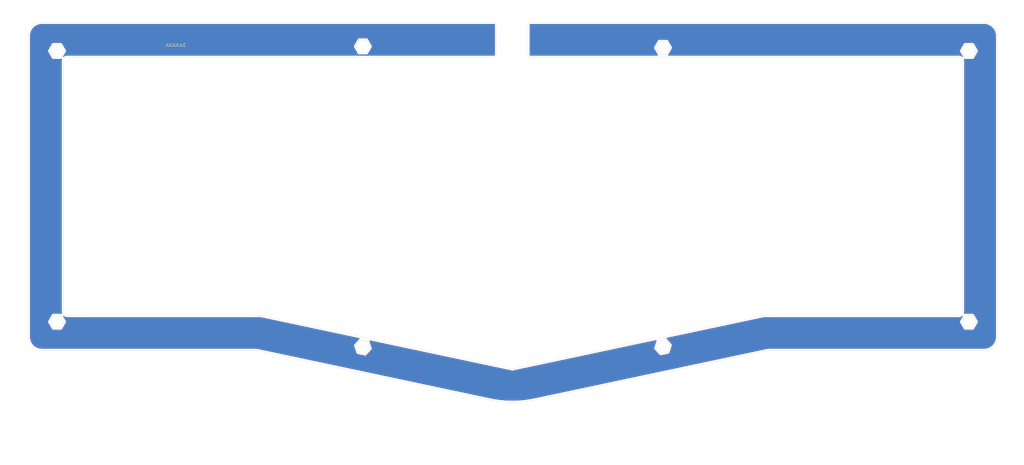
<source format=kicad_pcb>
(kicad_pcb (version 20171130) (host pcbnew 5.1.6-c6e7f7d~86~ubuntu18.04.1)

  (general
    (thickness 1.6)
    (drawings 76)
    (tracks 0)
    (zones 0)
    (modules 0)
    (nets 1)
  )

  (page A4)
  (layers
    (0 F.Cu signal)
    (31 B.Cu signal)
    (32 B.Adhes user)
    (33 F.Adhes user)
    (34 B.Paste user)
    (35 F.Paste user)
    (36 B.SilkS user)
    (37 F.SilkS user)
    (38 B.Mask user)
    (39 F.Mask user)
    (40 Dwgs.User user)
    (41 Cmts.User user)
    (42 Eco1.User user)
    (43 Eco2.User user)
    (44 Edge.Cuts user)
    (45 Margin user)
    (46 B.CrtYd user)
    (47 F.CrtYd user)
    (48 B.Fab user)
    (49 F.Fab user)
  )

  (setup
    (last_trace_width 0.25)
    (trace_clearance 0.2)
    (zone_clearance 0.508)
    (zone_45_only no)
    (trace_min 0.2)
    (via_size 0.8)
    (via_drill 0.4)
    (via_min_size 0.4)
    (via_min_drill 0.3)
    (uvia_size 0.3)
    (uvia_drill 0.1)
    (uvias_allowed no)
    (uvia_min_size 0.2)
    (uvia_min_drill 0.1)
    (edge_width 0.05)
    (segment_width 0.2)
    (pcb_text_width 0.3)
    (pcb_text_size 1.5 1.5)
    (mod_edge_width 0.12)
    (mod_text_size 1 1)
    (mod_text_width 0.15)
    (pad_size 1.524 1.524)
    (pad_drill 0.762)
    (pad_to_mask_clearance 0.05)
    (aux_axis_origin 0 0)
    (visible_elements FFFFFF7F)
    (pcbplotparams
      (layerselection 0x010fc_ffffffff)
      (usegerberextensions false)
      (usegerberattributes true)
      (usegerberadvancedattributes true)
      (creategerberjobfile true)
      (excludeedgelayer true)
      (linewidth 0.100000)
      (plotframeref false)
      (viasonmask false)
      (mode 1)
      (useauxorigin false)
      (hpglpennumber 1)
      (hpglpenspeed 20)
      (hpglpendiameter 15.000000)
      (psnegative false)
      (psa4output false)
      (plotreference true)
      (plotvalue true)
      (plotinvisibletext false)
      (padsonsilk false)
      (subtractmaskfromsilk false)
      (outputformat 1)
      (mirror false)
      (drillshape 0)
      (scaleselection 1)
      (outputdirectory "gerbers"))
  )

  (net 0 "")

  (net_class Default "This is the default net class."
    (clearance 0.2)
    (trace_width 0.25)
    (via_dia 0.8)
    (via_drill 0.4)
    (uvia_dia 0.3)
    (uvia_drill 0.1)
  )

  (gr_text JLCJLCJLC (at 71 27) (layer F.SilkS)
    (effects (font (size 1 1) (thickness 0.15)))
  )
  (gr_line (start 27.862567 31.636345) (end 29.287567 29.168172) (layer Edge.Cuts) (width 0.1))
  (gr_line (start 25.012567 31.636345) (end 27.862567 31.636345) (layer Edge.Cuts) (width 0.1))
  (gr_line (start 252.851316 30.436345) (end 255.701316 30.436345) (layer Edge.Cuts) (width 0.1))
  (gr_line (start 251.426316 27.968172) (end 252.851316 30.436345) (layer Edge.Cuts) (width 0.1))
  (gr_line (start 374.976316 141.808172) (end 293.703987 141.808172) (layer Edge.Cuts) (width 0.1))
  (gr_arc (start 374.976316 136.808172) (end 374.976316 141.808172) (angle -90) (layer Edge.Cuts) (width 0.1))
  (gr_line (start 27.862567 128.64) (end 25.012567 128.64) (layer Edge.Cuts) (width 0.1))
  (gr_line (start 253.395618 143.187058) (end 256.183338 142.594509) (layer Edge.Cuts) (width 0.1))
  (gr_line (start 255.157014 137.766036) (end 252.369294 138.358584) (layer Edge.Cuts) (width 0.1))
  (gr_line (start 256.183338 142.594509) (end 257.064037 139.883998) (layer Edge.Cuts) (width 0.1))
  (gr_line (start 365.476316 31.468172) (end 203.607565 31.468172) (layer Edge.Cuts) (width 0.1))
  (gr_line (start 257.064037 139.883998) (end 255.157014 137.766036) (layer Edge.Cuts) (width 0.1))
  (gr_line (start 251.488595 141.069095) (end 253.395618 143.187058) (layer Edge.Cuts) (width 0.1))
  (gr_line (start 252.369294 138.358584) (end 251.488595 141.069095) (layer Edge.Cuts) (width 0.1))
  (gr_line (start 27.862567 133.576345) (end 29.287567 131.108172) (layer Edge.Cuts) (width 0.1))
  (gr_line (start 252.851316 25.5) (end 251.426316 27.968172) (layer Edge.Cuts) (width 0.1))
  (gr_line (start 255.701316 25.5) (end 252.851316 25.5) (layer Edge.Cuts) (width 0.1))
  (gr_line (start 28.737567 32.968172) (end 28.737567 127.308172) (layer Edge.Cuts) (width 0.1))
  (gr_arc (start 30.237567 32.968172) (end 30.237567 31.468172) (angle -90) (layer Edge.Cuts) (width 0.1))
  (gr_arc (start 365.476316 32.968172) (end 366.976316 32.968172) (angle -90) (layer Edge.Cuts) (width 0.1))
  (gr_line (start 366.976316 127.308172) (end 366.976316 32.968172) (layer Edge.Cuts) (width 0.1))
  (gr_line (start 101.511145 141.808172) (end 20.737567 141.808172) (layer Edge.Cuts) (width 0.1))
  (gr_line (start 189.291098 160.466377) (end 101.511145 141.808172) (layer Edge.Cuts) (width 0.1))
  (gr_line (start 367.851316 26.7) (end 366.426316 29.168172) (layer Edge.Cuts) (width 0.1))
  (gr_line (start 370.701316 26.7) (end 367.851316 26.7) (layer Edge.Cuts) (width 0.1))
  (gr_line (start 29.287567 131.108172) (end 27.862567 128.64) (layer Edge.Cuts) (width 0.1))
  (gr_line (start 144.275 27.468172) (end 142.85 25) (layer Edge.Cuts) (width 0.1))
  (gr_line (start 15.737567 136.808172) (end 15.737567 23.468172) (layer Edge.Cuts) (width 0.1))
  (gr_arc (start 20.737567 136.808172) (end 15.737567 136.808172) (angle -90) (layer Edge.Cuts) (width 0.1))
  (gr_line (start 20.737567 18.468172) (end 191.607565 18.468172) (layer Edge.Cuts) (width 0.1))
  (gr_arc (start 20.737567 23.468172) (end 20.737567 18.468172) (angle -90) (layer Edge.Cuts) (width 0.1))
  (gr_line (start 203.607565 18.468172) (end 374.976316 18.468172) (layer Edge.Cuts) (width 0.1))
  (gr_line (start 203.607565 31.468172) (end 203.607565 18.468172) (layer Edge.Cuts) (width 0.1))
  (gr_line (start 370.701316 133.576345) (end 372.126316 131.108172) (layer Edge.Cuts) (width 0.1))
  (gr_line (start 367.851316 133.576345) (end 370.701316 133.576345) (layer Edge.Cuts) (width 0.1))
  (gr_line (start 25.012567 133.576345) (end 27.862567 133.576345) (layer Edge.Cuts) (width 0.1))
  (gr_line (start 23.587567 29.168172) (end 25.012567 31.636345) (layer Edge.Cuts) (width 0.1))
  (gr_line (start 25.012567 26.7) (end 23.587567 29.168172) (layer Edge.Cuts) (width 0.1))
  (gr_line (start 257.126316 27.968172) (end 255.701316 25.5) (layer Edge.Cuts) (width 0.1))
  (gr_line (start 255.701316 30.436345) (end 257.126316 27.968172) (layer Edge.Cuts) (width 0.1))
  (gr_line (start 30.237567 128.808172) (end 102.8775 128.808172) (layer Edge.Cuts) (width 0.1))
  (gr_arc (start 30.237567 127.308172) (end 28.737567 127.308172) (angle -90) (layer Edge.Cuts) (width 0.1))
  (gr_line (start 191.607565 31.468172) (end 30.237567 31.468172) (layer Edge.Cuts) (width 0.1))
  (gr_line (start 191.607565 18.468172) (end 191.607565 31.468172) (layer Edge.Cuts) (width 0.1))
  (gr_line (start 379.976316 23.468172) (end 379.976316 136.808172) (layer Edge.Cuts) (width 0.1))
  (gr_arc (start 374.976316 23.468172) (end 379.976316 23.468172) (angle -90) (layer Edge.Cuts) (width 0.1))
  (gr_line (start 27.862567 26.7) (end 25.012567 26.7) (layer Edge.Cuts) (width 0.1))
  (gr_line (start 29.287567 29.168172) (end 27.862567 26.7) (layer Edge.Cuts) (width 0.1))
  (gr_line (start 142.85 25) (end 140 25) (layer Edge.Cuts) (width 0.1))
  (gr_line (start 142.85 29.936345) (end 144.275 27.468172) (layer Edge.Cuts) (width 0.1))
  (gr_line (start 366.426316 131.108172) (end 367.851316 133.576345) (layer Edge.Cuts) (width 0.1))
  (gr_line (start 367.851316 128.64) (end 366.426316 131.108172) (layer Edge.Cuts) (width 0.1))
  (gr_line (start 370.701316 128.64) (end 367.851316 128.64) (layer Edge.Cuts) (width 0.1))
  (gr_line (start 372.126316 131.108172) (end 370.701316 128.64) (layer Edge.Cuts) (width 0.1))
  (gr_line (start 23.587567 131.108172) (end 25.012567 133.576345) (layer Edge.Cuts) (width 0.1))
  (gr_line (start 372.126316 29.168172) (end 370.701316 26.7) (layer Edge.Cuts) (width 0.1))
  (gr_line (start 370.701316 31.636345) (end 372.126316 29.168172) (layer Edge.Cuts) (width 0.1))
  (gr_line (start 138.649845 139.990011) (end 139.530544 142.700522) (layer Edge.Cuts) (width 0.1))
  (gr_line (start 140.556868 137.872048) (end 138.649845 139.990011) (layer Edge.Cuts) (width 0.1))
  (gr_arc (start 365.476316 127.308172) (end 365.476316 128.808172) (angle -90) (layer Edge.Cuts) (width 0.1))
  (gr_line (start 292.337632 128.808172) (end 365.476316 128.808172) (layer Edge.Cuts) (width 0.1))
  (gr_line (start 197.607566 148.943669) (end 292.337632 128.808172) (layer Edge.Cuts) (width 0.1))
  (gr_line (start 102.8775 128.808172) (end 197.607566 148.943669) (layer Edge.Cuts) (width 0.1))
  (gr_arc (start 197.607566 121.340473) (end 189.291098 160.466377) (angle -24) (layer Edge.Cuts) (width 0.1))
  (gr_line (start 293.703987 141.808172) (end 205.924034 160.466377) (layer Edge.Cuts) (width 0.1))
  (gr_line (start 367.851316 31.636345) (end 370.701316 31.636345) (layer Edge.Cuts) (width 0.1))
  (gr_line (start 366.426316 29.168172) (end 367.851316 31.636345) (layer Edge.Cuts) (width 0.1))
  (gr_line (start 143.344588 138.464596) (end 140.556868 137.872048) (layer Edge.Cuts) (width 0.1))
  (gr_line (start 144.225287 141.175107) (end 143.344588 138.464596) (layer Edge.Cuts) (width 0.1))
  (gr_line (start 142.318264 143.29307) (end 144.225287 141.175107) (layer Edge.Cuts) (width 0.1))
  (gr_line (start 139.530544 142.700522) (end 142.318264 143.29307) (layer Edge.Cuts) (width 0.1))
  (gr_line (start 25.012567 128.64) (end 23.587567 131.108172) (layer Edge.Cuts) (width 0.1))
  (gr_line (start 140 29.936345) (end 142.85 29.936345) (layer Edge.Cuts) (width 0.1))
  (gr_line (start 138.575 27.468172) (end 140 29.936345) (layer Edge.Cuts) (width 0.1))
  (gr_line (start 140 25) (end 138.575 27.468172) (layer Edge.Cuts) (width 0.1))

  (zone (net 0) (net_name "") (layer F.Cu) (tstamp 5EE54B27) (hatch edge 0.508)
    (connect_pads (clearance 0.508))
    (min_thickness 0.254)
    (fill yes (arc_segments 32) (thermal_gap 0.508) (thermal_bridge_width 0.508))
    (polygon
      (pts
        (xy 385 185) (xy 10 185) (xy 10 10) (xy 385 10)
      )
    )
    (filled_polygon
      (pts
        (xy 190.922566 30.783172) (xy 30.20392 30.783172) (xy 30.174267 30.786093) (xy 30.165013 30.786028) (xy 30.155495 30.786961)
        (xy 29.864349 30.817561) (xy 29.803519 30.830048) (xy 29.742546 30.841679) (xy 29.73339 30.844443) (xy 29.453734 30.931011)
        (xy 29.396505 30.955068) (xy 29.338935 30.978328) (xy 29.33049 30.982818) (xy 29.072974 31.122057) (xy 29.021502 31.156776)
        (xy 28.969555 31.190769) (xy 28.962143 31.196814) (xy 28.857154 31.283668) (xy 29.875208 29.520348) (xy 29.904897 29.472605)
        (xy 29.920759 29.43046) (xy 29.939352 29.389424) (xy 29.944479 29.367435) (xy 29.952426 29.34632) (xy 29.959762 29.301891)
        (xy 29.969992 29.258015) (xy 29.97073 29.235457) (xy 29.974407 29.21319) (xy 29.972933 29.168172) (xy 29.974407 29.123154)
        (xy 29.97073 29.100887) (xy 29.969992 29.078329) (xy 29.959762 29.034455) (xy 29.952426 28.990023) (xy 29.944479 28.968907)
        (xy 29.939352 28.94692) (xy 29.920759 28.905885) (xy 29.904897 28.863739) (xy 29.875208 28.815996) (xy 29.07105 27.423154)
        (xy 137.88816 27.423154) (xy 137.889634 27.468172) (xy 137.88816 27.51319) (xy 137.891837 27.535457) (xy 137.892575 27.558015)
        (xy 137.902804 27.601885) (xy 137.910141 27.64632) (xy 137.918091 27.667442) (xy 137.923216 27.689423) (xy 137.941801 27.730441)
        (xy 137.95767 27.772605) (xy 137.987377 27.820377) (xy 139.401177 30.269153) (xy 139.427688 30.318752) (xy 139.456263 30.35357)
        (xy 139.482498 30.390181) (xy 139.498971 30.40561) (xy 139.513289 30.423056) (xy 139.548105 30.451629) (xy 139.580981 30.482421)
        (xy 139.600147 30.494339) (xy 139.617593 30.508657) (xy 139.657314 30.529888) (xy 139.695566 30.553675) (xy 139.716691 30.561626)
        (xy 139.736594 30.572264) (xy 139.779702 30.585341) (xy 139.821851 30.601204) (xy 139.844114 30.60488) (xy 139.865717 30.611433)
        (xy 139.910546 30.615848) (xy 139.954981 30.623185) (xy 140.011186 30.621345) (xy 142.838813 30.621345) (xy 142.895018 30.623185)
        (xy 142.939452 30.615849) (xy 142.984283 30.611433) (xy 143.005887 30.604879) (xy 143.028148 30.601204) (xy 143.070293 30.585342)
        (xy 143.113406 30.572264) (xy 143.133311 30.561624) (xy 143.154433 30.553675) (xy 143.192678 30.529893) (xy 143.232407 30.508657)
        (xy 143.249858 30.494335) (xy 143.269019 30.48242) (xy 143.301887 30.451636) (xy 143.336711 30.423056) (xy 143.351032 30.405606)
        (xy 143.367501 30.390181) (xy 143.393729 30.35358) (xy 143.422312 30.318752) (xy 143.448835 30.26913) (xy 144.862641 27.820348)
        (xy 144.89233 27.772605) (xy 144.908192 27.73046) (xy 144.926785 27.689424) (xy 144.931912 27.667435) (xy 144.939859 27.64632)
        (xy 144.947195 27.601891) (xy 144.957425 27.558015) (xy 144.958163 27.535457) (xy 144.96184 27.51319) (xy 144.960366 27.468172)
        (xy 144.96184 27.423154) (xy 144.958163 27.400887) (xy 144.957425 27.378329) (xy 144.947195 27.334455) (xy 144.939859 27.290023)
        (xy 144.931912 27.268907) (xy 144.926785 27.24692) (xy 144.908192 27.205885) (xy 144.89233 27.163739) (xy 144.862641 27.115996)
        (xy 143.448835 24.667214) (xy 143.422312 24.617593) (xy 143.393729 24.582765) (xy 143.367501 24.546164) (xy 143.351033 24.53074)
        (xy 143.336711 24.513289) (xy 143.301881 24.484705) (xy 143.269018 24.453925) (xy 143.24986 24.442012) (xy 143.232407 24.427688)
        (xy 143.192675 24.406451) (xy 143.154433 24.38267) (xy 143.133311 24.374721) (xy 143.113406 24.364081) (xy 143.070293 24.351003)
        (xy 143.028148 24.335141) (xy 143.005887 24.331466) (xy 142.984283 24.324912) (xy 142.939452 24.320496) (xy 142.895018 24.31316)
        (xy 142.838813 24.315) (xy 140.011187 24.315) (xy 139.954982 24.31316) (xy 139.910548 24.320496) (xy 139.865717 24.324912)
        (xy 139.844114 24.331465) (xy 139.821851 24.335141) (xy 139.779702 24.351004) (xy 139.736594 24.364081) (xy 139.716691 24.374719)
        (xy 139.695566 24.38267) (xy 139.657314 24.406457) (xy 139.617593 24.427688) (xy 139.600147 24.442006) (xy 139.580981 24.453924)
        (xy 139.548105 24.484716) (xy 139.513289 24.513289) (xy 139.498971 24.530735) (xy 139.482498 24.546164) (xy 139.456263 24.582775)
        (xy 139.427688 24.617593) (xy 139.401177 24.667192) (xy 137.987381 27.115961) (xy 137.95767 27.163739) (xy 137.941801 27.205903)
        (xy 137.923216 27.246921) (xy 137.918091 27.268902) (xy 137.910141 27.290024) (xy 137.902804 27.334459) (xy 137.892575 27.378329)
        (xy 137.891837 27.400887) (xy 137.88816 27.423154) (xy 29.07105 27.423154) (xy 28.461402 26.367214) (xy 28.434879 26.317593)
        (xy 28.406296 26.282765) (xy 28.380068 26.246164) (xy 28.3636 26.23074) (xy 28.349278 26.213289) (xy 28.314448 26.184705)
        (xy 28.281585 26.153925) (xy 28.262427 26.142012) (xy 28.244974 26.127688) (xy 28.205242 26.106451) (xy 28.167 26.08267)
        (xy 28.145878 26.074721) (xy 28.125973 26.064081) (xy 28.08286 26.051003) (xy 28.040715 26.035141) (xy 28.018454 26.031466)
        (xy 27.99685 26.024912) (xy 27.952019 26.020496) (xy 27.907585 26.01316) (xy 27.85138 26.015) (xy 25.023754 26.015)
        (xy 24.967549 26.01316) (xy 24.923115 26.020496) (xy 24.878284 26.024912) (xy 24.856681 26.031465) (xy 24.834418 26.035141)
        (xy 24.792269 26.051004) (xy 24.749161 26.064081) (xy 24.729258 26.074719) (xy 24.708133 26.08267) (xy 24.669881 26.106457)
        (xy 24.63016 26.127688) (xy 24.612714 26.142006) (xy 24.593548 26.153924) (xy 24.560672 26.184716) (xy 24.525856 26.213289)
        (xy 24.511538 26.230735) (xy 24.495065 26.246164) (xy 24.46883 26.282775) (xy 24.440255 26.317593) (xy 24.413744 26.367192)
        (xy 22.999948 28.815961) (xy 22.970237 28.863739) (xy 22.954368 28.905903) (xy 22.935783 28.946921) (xy 22.930658 28.968902)
        (xy 22.922708 28.990024) (xy 22.915371 29.034459) (xy 22.905142 29.078329) (xy 22.904404 29.100887) (xy 22.900727 29.123154)
        (xy 22.902201 29.168172) (xy 22.900727 29.21319) (xy 22.904404 29.235457) (xy 22.905142 29.258015) (xy 22.915371 29.301885)
        (xy 22.922708 29.34632) (xy 22.930658 29.367442) (xy 22.935783 29.389423) (xy 22.954368 29.430441) (xy 22.970237 29.472605)
        (xy 22.999944 29.520377) (xy 24.413744 31.969153) (xy 24.440255 32.018752) (xy 24.46883 32.05357) (xy 24.495065 32.090181)
        (xy 24.511538 32.10561) (xy 24.525856 32.123056) (xy 24.560672 32.151629) (xy 24.593548 32.182421) (xy 24.612714 32.194339)
        (xy 24.63016 32.208657) (xy 24.669881 32.229888) (xy 24.708133 32.253675) (xy 24.729258 32.261626) (xy 24.749161 32.272264)
        (xy 24.792269 32.285341) (xy 24.834418 32.301204) (xy 24.856681 32.30488) (xy 24.878284 32.311433) (xy 24.923113 32.315848)
        (xy 24.967548 32.323185) (xy 25.023753 32.321345) (xy 27.85138 32.321345) (xy 27.907585 32.323185) (xy 27.952019 32.315849)
        (xy 27.99685 32.311433) (xy 28.018454 32.304879) (xy 28.040715 32.301204) (xy 28.08286 32.285342) (xy 28.125973 32.272264)
        (xy 28.145878 32.261624) (xy 28.167 32.253675) (xy 28.180973 32.244986) (xy 28.11037 32.478833) (xy 28.098308 32.539749)
        (xy 28.085403 32.600465) (xy 28.084403 32.609977) (xy 28.055836 32.901328) (xy 28.055836 32.901336) (xy 28.052567 32.934526)
        (xy 28.052568 127.341819) (xy 28.055488 127.371463) (xy 28.055423 127.380726) (xy 28.056356 127.390245) (xy 28.086956 127.68139)
        (xy 28.099444 127.742227) (xy 28.111074 127.803193) (xy 28.113838 127.812349) (xy 28.18179 128.031867) (xy 28.167 128.02267)
        (xy 28.145878 128.014721) (xy 28.125973 128.004081) (xy 28.08286 127.991003) (xy 28.040715 127.975141) (xy 28.018454 127.971466)
        (xy 27.99685 127.964912) (xy 27.952019 127.960496) (xy 27.907585 127.95316) (xy 27.85138 127.955) (xy 25.023754 127.955)
        (xy 24.967549 127.95316) (xy 24.923115 127.960496) (xy 24.878284 127.964912) (xy 24.856681 127.971465) (xy 24.834418 127.975141)
        (xy 24.792269 127.991004) (xy 24.749161 128.004081) (xy 24.729258 128.014719) (xy 24.708133 128.02267) (xy 24.669881 128.046457)
        (xy 24.63016 128.067688) (xy 24.612714 128.082006) (xy 24.593548 128.093924) (xy 24.560672 128.124716) (xy 24.525856 128.153289)
        (xy 24.511538 128.170735) (xy 24.495065 128.186164) (xy 24.46883 128.222775) (xy 24.440255 128.257593) (xy 24.413744 128.307192)
        (xy 22.999948 130.755961) (xy 22.970237 130.803739) (xy 22.954368 130.845903) (xy 22.935783 130.886921) (xy 22.930658 130.908902)
        (xy 22.922708 130.930024) (xy 22.915371 130.974459) (xy 22.905142 131.018329) (xy 22.904404 131.040887) (xy 22.900727 131.063154)
        (xy 22.902201 131.108172) (xy 22.900727 131.15319) (xy 22.904404 131.175457) (xy 22.905142 131.198015) (xy 22.915371 131.241885)
        (xy 22.922708 131.28632) (xy 22.930658 131.307442) (xy 22.935783 131.329423) (xy 22.954368 131.370441) (xy 22.970237 131.412605)
        (xy 22.999944 131.460377) (xy 24.413744 133.909153) (xy 24.440255 133.958752) (xy 24.46883 133.99357) (xy 24.495065 134.030181)
        (xy 24.511538 134.04561) (xy 24.525856 134.063056) (xy 24.560672 134.091629) (xy 24.593548 134.122421) (xy 24.612714 134.134339)
        (xy 24.63016 134.148657) (xy 24.669881 134.169888) (xy 24.708133 134.193675) (xy 24.729258 134.201626) (xy 24.749161 134.212264)
        (xy 24.792269 134.225341) (xy 24.834418 134.241204) (xy 24.856681 134.24488) (xy 24.878284 134.251433) (xy 24.923113 134.255848)
        (xy 24.967548 134.263185) (xy 25.023753 134.261345) (xy 27.85138 134.261345) (xy 27.907585 134.263185) (xy 27.952019 134.255849)
        (xy 27.99685 134.251433) (xy 28.018454 134.244879) (xy 28.040715 134.241204) (xy 28.08286 134.225342) (xy 28.125973 134.212264)
        (xy 28.145878 134.201624) (xy 28.167 134.193675) (xy 28.205245 134.169893) (xy 28.244974 134.148657) (xy 28.262425 134.134335)
        (xy 28.281586 134.12242) (xy 28.314454 134.091636) (xy 28.349278 134.063056) (xy 28.363599 134.045606) (xy 28.380068 134.030181)
        (xy 28.406296 133.99358) (xy 28.434879 133.958752) (xy 28.461402 133.90913) (xy 29.875208 131.460348) (xy 29.904897 131.412605)
        (xy 29.920759 131.37046) (xy 29.939352 131.329424) (xy 29.944479 131.307435) (xy 29.952426 131.28632) (xy 29.959762 131.241891)
        (xy 29.969992 131.198015) (xy 29.97073 131.175457) (xy 29.974407 131.15319) (xy 29.972933 131.108172) (xy 29.974407 131.063154)
        (xy 29.97073 131.040887) (xy 29.969992 131.018329) (xy 29.959762 130.974455) (xy 29.952426 130.930023) (xy 29.944479 130.908907)
        (xy 29.939352 130.88692) (xy 29.920759 130.845885) (xy 29.904897 130.803739) (xy 29.875208 130.755996) (xy 28.857129 128.992633)
        (xy 28.97454 129.088391) (xy 29.026258 129.122752) (xy 29.077479 129.157824) (xy 29.085892 129.162373) (xy 29.344373 129.29981)
        (xy 29.401809 129.323484) (xy 29.458837 129.347926) (xy 29.467974 129.350755) (xy 29.748228 129.435369) (xy 29.809144 129.447431)
        (xy 29.86986 129.460336) (xy 29.879371 129.461336) (xy 30.170723 129.489903) (xy 30.17073 129.489903) (xy 30.20392 129.493172)
        (xy 102.805506 129.493172) (xy 140.050572 137.409855) (xy 140.040346 137.421987) (xy 138.148274 139.523347) (xy 138.109301 139.563881)
        (xy 138.085019 139.601814) (xy 138.058305 139.638081) (xy 138.048721 139.658516) (xy 138.036554 139.677524) (xy 138.020137 139.719468)
        (xy 138.001013 139.760247) (xy 137.995602 139.782154) (xy 137.987374 139.803175) (xy 137.979455 139.847522) (xy 137.968655 139.891244)
        (xy 137.967621 139.913789) (xy 137.963654 139.936007) (xy 137.964538 139.981045) (xy 137.962476 140.026034) (xy 137.96586 140.048344)
        (xy 137.966303 140.070914) (xy 137.975956 140.114912) (xy 137.98271 140.159441) (xy 138.001827 140.212322) (xy 138.875623 142.901591)
        (xy 138.891232 142.955582) (xy 138.911936 142.995566) (xy 138.929992 143.036846) (xy 138.942901 143.055368) (xy 138.953276 143.075404)
        (xy 138.981387 143.110586) (xy 139.007146 143.147545) (xy 139.023417 143.163189) (xy 139.037504 143.18082) (xy 139.071938 143.209842)
        (xy 139.104413 143.241066) (xy 139.123426 143.253237) (xy 139.14068 143.267779) (xy 139.180118 143.289528) (xy 139.218056 143.313813)
        (xy 139.239074 143.322039) (xy 139.258837 143.332938) (xy 139.301759 143.346574) (xy 139.343707 143.362993) (xy 139.399075 143.37288)
        (xy 142.164915 143.960778) (xy 142.219497 143.97426) (xy 142.264485 143.976322) (xy 142.309253 143.981324) (xy 142.331745 143.979406)
        (xy 142.354287 143.980439) (xy 142.398819 143.973685) (xy 142.443698 143.969857) (xy 142.465375 143.96359) (xy 142.487694 143.960205)
        (xy 142.530058 143.94489) (xy 142.573323 143.932382) (xy 142.593367 143.922003) (xy 142.61459 143.914331) (xy 142.653143 143.891051)
        (xy 142.693146 143.870338) (xy 142.71078 143.856249) (xy 142.730099 143.844583) (xy 142.763375 143.814225) (xy 142.798562 143.78611)
        (xy 142.8348 143.743114) (xy 144.726871 141.641757) (xy 144.765831 141.601237) (xy 144.790105 141.563317) (xy 144.816828 141.527038)
        (xy 144.826416 141.506593) (xy 144.838578 141.487594) (xy 144.854989 141.445665) (xy 144.87412 141.404871) (xy 144.879533 141.382957)
        (xy 144.887758 141.361943) (xy 144.895674 141.317614) (xy 144.906478 141.273875) (xy 144.907512 141.25132) (xy 144.911478 141.22911)
        (xy 144.910594 141.184088) (xy 144.912657 141.139084) (xy 144.909272 141.116768) (xy 144.908829 141.094203) (xy 144.899176 141.050208)
        (xy 144.892422 141.005677) (xy 144.873307 140.9528) (xy 143.99952 138.263566) (xy 143.995105 138.248291) (xy 197.441029 149.608573)
        (xy 197.482132 149.620456) (xy 197.540406 149.625426) (xy 197.598555 149.631923) (xy 197.607566 149.631154) (xy 197.616576 149.631923)
        (xy 197.674724 149.625426) (xy 197.733 149.620456) (xy 197.774105 149.608572) (xy 251.718778 138.142279) (xy 251.714373 138.157515)
        (xy 250.840577 140.846784) (xy 250.82146 140.899665) (xy 250.814706 140.944194) (xy 250.805053 140.988192) (xy 250.80461 141.010762)
        (xy 250.801226 141.033072) (xy 250.803288 141.078061) (xy 250.802404 141.123099) (xy 250.806371 141.145317) (xy 250.807405 141.167862)
        (xy 250.818205 141.211584) (xy 250.826124 141.255931) (xy 250.834352 141.276952) (xy 250.839763 141.298859) (xy 250.858887 141.339638)
        (xy 250.875304 141.381582) (xy 250.887471 141.40059) (xy 250.897055 141.421025) (xy 250.923769 141.457292) (xy 250.948051 141.495225)
        (xy 250.987024 141.535759) (xy 252.879091 143.637113) (xy 252.91532 143.680098) (xy 252.950494 143.708202) (xy 252.983782 143.738572)
        (xy 253.00311 143.750243) (xy 253.020736 143.764326) (xy 253.060728 143.785034) (xy 253.099291 143.808319) (xy 253.120517 143.815993)
        (xy 253.140559 143.82637) (xy 253.183819 143.838877) (xy 253.226187 143.854193) (xy 253.24851 143.857579) (xy 253.270184 143.863845)
        (xy 253.315051 143.867672) (xy 253.359594 143.874428) (xy 253.382144 143.873394) (xy 253.404628 143.875312) (xy 253.44938 143.870312)
        (xy 253.494385 143.868249) (xy 253.549009 143.854756) (xy 256.314807 143.266867) (xy 256.370174 143.25698) (xy 256.412122 143.240561)
        (xy 256.455044 143.226925) (xy 256.474809 143.216026) (xy 256.495825 143.2078) (xy 256.533751 143.183522) (xy 256.573202 143.161767)
        (xy 256.590464 143.147218) (xy 256.609468 143.135053) (xy 256.641927 143.103844) (xy 256.676378 143.074808) (xy 256.690471 143.05717)
        (xy 256.706735 143.041532) (xy 256.732486 143.004584) (xy 256.760605 142.969392) (xy 256.770982 142.949351) (xy 256.783889 142.930833)
        (xy 256.801939 142.889568) (xy 256.82265 142.84957) (xy 256.838269 142.795543) (xy 257.712058 140.106301) (xy 257.731172 140.053428)
        (xy 257.737926 140.008897) (xy 257.747579 139.964902) (xy 257.748022 139.942337) (xy 257.751407 139.920021) (xy 257.749344 139.875022)
        (xy 257.750228 139.829995) (xy 257.746261 139.807779) (xy 257.745227 139.78523) (xy 257.734426 139.741505) (xy 257.726508 139.697162)
        (xy 257.718281 139.676143) (xy 257.712869 139.654233) (xy 257.693743 139.613449) (xy 257.677328 139.571511) (xy 257.665162 139.552506)
        (xy 257.655577 139.532067) (xy 257.628856 139.49579) (xy 257.604581 139.457868) (xy 257.565635 139.417362) (xy 255.673549 137.315991)
        (xy 255.66331 137.303843) (xy 292.40963 129.493172) (xy 365.509963 129.493172) (xy 365.539616 129.490251) (xy 365.54887 129.490316)
        (xy 365.558389 129.489383) (xy 365.849534 129.458783) (xy 365.910371 129.446295) (xy 365.971337 129.434665) (xy 365.980493 129.431901)
        (xy 366.260149 129.345333) (xy 366.317378 129.321276) (xy 366.374948 129.298016) (xy 366.383393 129.293526) (xy 366.640909 129.154287)
        (xy 366.692381 129.119568) (xy 366.744328 129.085575) (xy 366.75174 129.07953) (xy 366.856729 128.992676) (xy 365.838697 130.755961)
        (xy 365.808986 130.803739) (xy 365.793117 130.845903) (xy 365.774532 130.886921) (xy 365.769407 130.908902) (xy 365.761457 130.930024)
        (xy 365.75412 130.974459) (xy 365.743891 131.018329) (xy 365.743153 131.040887) (xy 365.739476 131.063154) (xy 365.74095 131.108172)
        (xy 365.739476 131.15319) (xy 365.743153 131.175457) (xy 365.743891 131.198015) (xy 365.75412 131.241885) (xy 365.761457 131.28632)
        (xy 365.769407 131.307442) (xy 365.774532 131.329423) (xy 365.793117 131.370441) (xy 365.808986 131.412605) (xy 365.838693 131.460377)
        (xy 367.252493 133.909153) (xy 367.279004 133.958752) (xy 367.307579 133.99357) (xy 367.333814 134.030181) (xy 367.350287 134.04561)
        (xy 367.364605 134.063056) (xy 367.399421 134.091629) (xy 367.432297 134.122421) (xy 367.451463 134.134339) (xy 367.468909 134.148657)
        (xy 367.50863 134.169888) (xy 367.546882 134.193675) (xy 367.568007 134.201626) (xy 367.58791 134.212264) (xy 367.631018 134.225341)
        (xy 367.673167 134.241204) (xy 367.69543 134.24488) (xy 367.717033 134.251433) (xy 367.761862 134.255848) (xy 367.806297 134.263185)
        (xy 367.862502 134.261345) (xy 370.690129 134.261345) (xy 370.746334 134.263185) (xy 370.790768 134.255849) (xy 370.835599 134.251433)
        (xy 370.857203 134.244879) (xy 370.879464 134.241204) (xy 370.921609 134.225342) (xy 370.964722 134.212264) (xy 370.984627 134.201624)
        (xy 371.005749 134.193675) (xy 371.043994 134.169893) (xy 371.083723 134.148657) (xy 371.101174 134.134335) (xy 371.120335 134.12242)
        (xy 371.153203 134.091636) (xy 371.188027 134.063056) (xy 371.202348 134.045606) (xy 371.218817 134.030181) (xy 371.245045 133.99358)
        (xy 371.273628 133.958752) (xy 371.300151 133.90913) (xy 372.713957 131.460348) (xy 372.743646 131.412605) (xy 372.759508 131.37046)
        (xy 372.778101 131.329424) (xy 372.783228 131.307435) (xy 372.791175 131.28632) (xy 372.798511 131.241891) (xy 372.808741 131.198015)
        (xy 372.809479 131.175457) (xy 372.813156 131.15319) (xy 372.811682 131.108172) (xy 372.813156 131.063154) (xy 372.809479 131.040887)
        (xy 372.808741 131.018329) (xy 372.798511 130.974455) (xy 372.791175 130.930023) (xy 372.783228 130.908907) (xy 372.778101 130.88692)
        (xy 372.759508 130.845885) (xy 372.743646 130.803739) (xy 372.713957 130.755996) (xy 371.300151 128.307214) (xy 371.273628 128.257593)
        (xy 371.245045 128.222765) (xy 371.218817 128.186164) (xy 371.202349 128.17074) (xy 371.188027 128.153289) (xy 371.153197 128.124705)
        (xy 371.120334 128.093925) (xy 371.101176 128.082012) (xy 371.083723 128.067688) (xy 371.043991 128.046451) (xy 371.005749 128.02267)
        (xy 370.984627 128.014721) (xy 370.964722 128.004081) (xy 370.921609 127.991003) (xy 370.879464 127.975141) (xy 370.857203 127.971466)
        (xy 370.835599 127.964912) (xy 370.790768 127.960496) (xy 370.746334 127.95316) (xy 370.690129 127.955) (xy 367.862503 127.955)
        (xy 367.806298 127.95316) (xy 367.761864 127.960496) (xy 367.717033 127.964912) (xy 367.69543 127.971465) (xy 367.673167 127.975141)
        (xy 367.631018 127.991004) (xy 367.58791 128.004081) (xy 367.568007 128.014719) (xy 367.546882 128.02267) (xy 367.53291 128.031358)
        (xy 367.603513 127.797511) (xy 367.615575 127.736595) (xy 367.62848 127.675879) (xy 367.62948 127.666368) (xy 367.658047 127.375016)
        (xy 367.658047 127.375009) (xy 367.661316 127.341819) (xy 367.661316 32.934525) (xy 367.658395 32.904872) (xy 367.65846 32.895618)
        (xy 367.657527 32.8861) (xy 367.626927 32.594954) (xy 367.61444 32.534124) (xy 367.602809 32.473151) (xy 367.600045 32.463995)
        (xy 367.532093 32.244479) (xy 367.546882 32.253675) (xy 367.568007 32.261626) (xy 367.58791 32.272264) (xy 367.631018 32.285341)
        (xy 367.673167 32.301204) (xy 367.69543 32.30488) (xy 367.717033 32.311433) (xy 367.761862 32.315848) (xy 367.806297 32.323185)
        (xy 367.862502 32.321345) (xy 370.690129 32.321345) (xy 370.746334 32.323185) (xy 370.790768 32.315849) (xy 370.835599 32.311433)
        (xy 370.857203 32.304879) (xy 370.879464 32.301204) (xy 370.921609 32.285342) (xy 370.964722 32.272264) (xy 370.984627 32.261624)
        (xy 371.005749 32.253675) (xy 371.043994 32.229893) (xy 371.083723 32.208657) (xy 371.101174 32.194335) (xy 371.120335 32.18242)
        (xy 371.153203 32.151636) (xy 371.188027 32.123056) (xy 371.202348 32.105606) (xy 371.218817 32.090181) (xy 371.245045 32.05358)
        (xy 371.273628 32.018752) (xy 371.300151 31.96913) (xy 372.713957 29.520348) (xy 372.743646 29.472605) (xy 372.759508 29.43046)
        (xy 372.778101 29.389424) (xy 372.783228 29.367435) (xy 372.791175 29.34632) (xy 372.798511 29.301891) (xy 372.808741 29.258015)
        (xy 372.809479 29.235457) (xy 372.813156 29.21319) (xy 372.811682 29.168172) (xy 372.813156 29.123154) (xy 372.809479 29.100887)
        (xy 372.808741 29.078329) (xy 372.798511 29.034455) (xy 372.791175 28.990023) (xy 372.783228 28.968907) (xy 372.778101 28.94692)
        (xy 372.759508 28.905885) (xy 372.743646 28.863739) (xy 372.713957 28.815996) (xy 371.300151 26.367214) (xy 371.273628 26.317593)
        (xy 371.245045 26.282765) (xy 371.218817 26.246164) (xy 371.202349 26.23074) (xy 371.188027 26.213289) (xy 371.153197 26.184705)
        (xy 371.120334 26.153925) (xy 371.101176 26.142012) (xy 371.083723 26.127688) (xy 371.043991 26.106451) (xy 371.005749 26.08267)
        (xy 370.984627 26.074721) (xy 370.964722 26.064081) (xy 370.921609 26.051003) (xy 370.879464 26.035141) (xy 370.857203 26.031466)
        (xy 370.835599 26.024912) (xy 370.790768 26.020496) (xy 370.746334 26.01316) (xy 370.690129 26.015) (xy 367.862503 26.015)
        (xy 367.806298 26.01316) (xy 367.761864 26.020496) (xy 367.717033 26.024912) (xy 367.69543 26.031465) (xy 367.673167 26.035141)
        (xy 367.631018 26.051004) (xy 367.58791 26.064081) (xy 367.568007 26.074719) (xy 367.546882 26.08267) (xy 367.50863 26.106457)
        (xy 367.468909 26.127688) (xy 367.451463 26.142006) (xy 367.432297 26.153924) (xy 367.399421 26.184716) (xy 367.364605 26.213289)
        (xy 367.350287 26.230735) (xy 367.333814 26.246164) (xy 367.307579 26.282775) (xy 367.279004 26.317593) (xy 367.252493 26.367192)
        (xy 365.838697 28.815961) (xy 365.808986 28.863739) (xy 365.793117 28.905903) (xy 365.774532 28.946921) (xy 365.769407 28.968902)
        (xy 365.761457 28.990024) (xy 365.75412 29.034459) (xy 365.743891 29.078329) (xy 365.743153 29.100887) (xy 365.739476 29.123154)
        (xy 365.74095 29.168172) (xy 365.739476 29.21319) (xy 365.743153 29.235457) (xy 365.743891 29.258015) (xy 365.75412 29.301885)
        (xy 365.761457 29.34632) (xy 365.769407 29.367442) (xy 365.774532 29.389423) (xy 365.793117 29.430441) (xy 365.808986 29.472605)
        (xy 365.838693 29.520377) (xy 366.856752 31.283709) (xy 366.739343 31.187953) (xy 366.687643 31.153604) (xy 366.636405 31.11852)
        (xy 366.627991 31.113971) (xy 366.36951 30.976534) (xy 366.312086 30.952865) (xy 366.255046 30.928418) (xy 366.24591 30.925589)
        (xy 365.965655 30.840975) (xy 365.904739 30.828913) (xy 365.844023 30.816008) (xy 365.834513 30.815008) (xy 365.834511 30.815008)
        (xy 365.54316 30.786441) (xy 365.543153 30.786441) (xy 365.509963 30.783172) (xy 256.292646 30.783172) (xy 256.300151 30.76913)
        (xy 257.713957 28.320348) (xy 257.743646 28.272605) (xy 257.759508 28.23046) (xy 257.778101 28.189424) (xy 257.783228 28.167435)
        (xy 257.791175 28.14632) (xy 257.798511 28.101891) (xy 257.808741 28.058015) (xy 257.809479 28.035457) (xy 257.813156 28.01319)
        (xy 257.811682 27.968172) (xy 257.813156 27.923154) (xy 257.809479 27.900887) (xy 257.808741 27.878329) (xy 257.798511 27.834455)
        (xy 257.791175 27.790023) (xy 257.783228 27.768907) (xy 257.778101 27.74692) (xy 257.759508 27.705885) (xy 257.743646 27.663739)
        (xy 257.713957 27.615996) (xy 256.300151 25.167214) (xy 256.273628 25.117593) (xy 256.245045 25.082765) (xy 256.218817 25.046164)
        (xy 256.202349 25.03074) (xy 256.188027 25.013289) (xy 256.153197 24.984705) (xy 256.120334 24.953925) (xy 256.101176 24.942012)
        (xy 256.083723 24.927688) (xy 256.043991 24.906451) (xy 256.005749 24.88267) (xy 255.984627 24.874721) (xy 255.964722 24.864081)
        (xy 255.921609 24.851003) (xy 255.879464 24.835141) (xy 255.857203 24.831466) (xy 255.835599 24.824912) (xy 255.790768 24.820496)
        (xy 255.746334 24.81316) (xy 255.690129 24.815) (xy 252.862503 24.815) (xy 252.806298 24.81316) (xy 252.761864 24.820496)
        (xy 252.717033 24.824912) (xy 252.69543 24.831465) (xy 252.673167 24.835141) (xy 252.631018 24.851004) (xy 252.58791 24.864081)
        (xy 252.568007 24.874719) (xy 252.546882 24.88267) (xy 252.50863 24.906457) (xy 252.468909 24.927688) (xy 252.451463 24.942006)
        (xy 252.432297 24.953924) (xy 252.399421 24.984716) (xy 252.364605 25.013289) (xy 252.350287 25.030735) (xy 252.333814 25.046164)
        (xy 252.307579 25.082775) (xy 252.279004 25.117593) (xy 252.252493 25.167192) (xy 250.838697 27.615961) (xy 250.808986 27.663739)
        (xy 250.793117 27.705903) (xy 250.774532 27.746921) (xy 250.769407 27.768902) (xy 250.761457 27.790024) (xy 250.75412 27.834459)
        (xy 250.743891 27.878329) (xy 250.743153 27.900887) (xy 250.739476 27.923154) (xy 250.74095 27.968172) (xy 250.739476 28.01319)
        (xy 250.743153 28.035457) (xy 250.743891 28.058015) (xy 250.75412 28.101885) (xy 250.761457 28.14632) (xy 250.769407 28.167442)
        (xy 250.774532 28.189423) (xy 250.793117 28.230441) (xy 250.808986 28.272605) (xy 250.838693 28.320377) (xy 252.252493 30.769153)
        (xy 252.259986 30.783172) (xy 204.292565 30.783172) (xy 204.292565 19.153172) (xy 374.94581 19.153172) (xy 375.739953 19.224047)
        (xy 376.479456 19.426352) (xy 377.171444 19.756414) (xy 377.794049 20.203801) (xy 378.327584 20.754367) (xy 378.755192 21.390716)
        (xy 379.063357 22.092733) (xy 379.243599 22.843492) (xy 379.291316 23.493284) (xy 379.291317 136.777656) (xy 379.220441 137.571809)
        (xy 379.018136 138.311312) (xy 378.688074 139.0033) (xy 378.240687 139.625905) (xy 377.690124 140.159438) (xy 377.053772 140.587048)
        (xy 376.351753 140.895214) (xy 375.600997 141.075454) (xy 374.951204 141.123172) (xy 293.733128 141.123172) (xy 293.694976 141.119918)
        (xy 293.632428 141.126906) (xy 293.569704 141.133084) (xy 293.533049 141.144203) (xy 205.792163 159.794104) (xy 203.350765 160.233381)
        (xy 200.897333 160.517253) (xy 198.430906 160.646513) (xy 195.961238 160.620649) (xy 193.498067 160.439766) (xy 191.047562 160.104088)
        (xy 189.426502 159.794855) (xy 101.682087 141.144204) (xy 101.645428 141.133084) (xy 101.58269 141.126905) (xy 101.520155 141.119918)
        (xy 101.482004 141.123172) (xy 20.768072 141.123172) (xy 19.97393 141.052297) (xy 19.234427 140.849992) (xy 18.542439 140.51993)
        (xy 17.919834 140.072543) (xy 17.386301 139.52198) (xy 16.958691 138.885628) (xy 16.650525 138.183609) (xy 16.470285 137.432853)
        (xy 16.422567 136.78306) (xy 16.422567 23.498678) (xy 16.493442 22.704535) (xy 16.695747 21.965032) (xy 17.025809 21.273044)
        (xy 17.473196 20.650439) (xy 18.023762 20.116904) (xy 18.660111 19.689296) (xy 19.362128 19.381131) (xy 20.112887 19.200889)
        (xy 20.762679 19.153172) (xy 190.922565 19.153172)
      )
    )
  )
  (zone (net 0) (net_name "") (layer B.Cu) (tstamp 5EE54B24) (hatch edge 0.508)
    (connect_pads (clearance 0.508))
    (min_thickness 0.254)
    (fill yes (arc_segments 32) (thermal_gap 0.508) (thermal_bridge_width 0.508))
    (polygon
      (pts
        (xy 390 180) (xy 5 180) (xy 5 15) (xy 390 15)
      )
    )
    (filled_polygon
      (pts
        (xy 190.922566 30.783172) (xy 30.20392 30.783172) (xy 30.174267 30.786093) (xy 30.165013 30.786028) (xy 30.155495 30.786961)
        (xy 29.864349 30.817561) (xy 29.803519 30.830048) (xy 29.742546 30.841679) (xy 29.73339 30.844443) (xy 29.453734 30.931011)
        (xy 29.396505 30.955068) (xy 29.338935 30.978328) (xy 29.33049 30.982818) (xy 29.072974 31.122057) (xy 29.021502 31.156776)
        (xy 28.969555 31.190769) (xy 28.962143 31.196814) (xy 28.857154 31.283668) (xy 29.875208 29.520348) (xy 29.904897 29.472605)
        (xy 29.920759 29.43046) (xy 29.939352 29.389424) (xy 29.944479 29.367435) (xy 29.952426 29.34632) (xy 29.959762 29.301891)
        (xy 29.969992 29.258015) (xy 29.97073 29.235457) (xy 29.974407 29.21319) (xy 29.972933 29.168172) (xy 29.974407 29.123154)
        (xy 29.97073 29.100887) (xy 29.969992 29.078329) (xy 29.959762 29.034455) (xy 29.952426 28.990023) (xy 29.944479 28.968907)
        (xy 29.939352 28.94692) (xy 29.920759 28.905885) (xy 29.904897 28.863739) (xy 29.875208 28.815996) (xy 29.07105 27.423154)
        (xy 137.88816 27.423154) (xy 137.889634 27.468172) (xy 137.88816 27.51319) (xy 137.891837 27.535457) (xy 137.892575 27.558015)
        (xy 137.902804 27.601885) (xy 137.910141 27.64632) (xy 137.918091 27.667442) (xy 137.923216 27.689423) (xy 137.941801 27.730441)
        (xy 137.95767 27.772605) (xy 137.987377 27.820377) (xy 139.401177 30.269153) (xy 139.427688 30.318752) (xy 139.456263 30.35357)
        (xy 139.482498 30.390181) (xy 139.498971 30.40561) (xy 139.513289 30.423056) (xy 139.548105 30.451629) (xy 139.580981 30.482421)
        (xy 139.600147 30.494339) (xy 139.617593 30.508657) (xy 139.657314 30.529888) (xy 139.695566 30.553675) (xy 139.716691 30.561626)
        (xy 139.736594 30.572264) (xy 139.779702 30.585341) (xy 139.821851 30.601204) (xy 139.844114 30.60488) (xy 139.865717 30.611433)
        (xy 139.910546 30.615848) (xy 139.954981 30.623185) (xy 140.011186 30.621345) (xy 142.838813 30.621345) (xy 142.895018 30.623185)
        (xy 142.939452 30.615849) (xy 142.984283 30.611433) (xy 143.005887 30.604879) (xy 143.028148 30.601204) (xy 143.070293 30.585342)
        (xy 143.113406 30.572264) (xy 143.133311 30.561624) (xy 143.154433 30.553675) (xy 143.192678 30.529893) (xy 143.232407 30.508657)
        (xy 143.249858 30.494335) (xy 143.269019 30.48242) (xy 143.301887 30.451636) (xy 143.336711 30.423056) (xy 143.351032 30.405606)
        (xy 143.367501 30.390181) (xy 143.393729 30.35358) (xy 143.422312 30.318752) (xy 143.448835 30.26913) (xy 144.862641 27.820348)
        (xy 144.89233 27.772605) (xy 144.908192 27.73046) (xy 144.926785 27.689424) (xy 144.931912 27.667435) (xy 144.939859 27.64632)
        (xy 144.947195 27.601891) (xy 144.957425 27.558015) (xy 144.958163 27.535457) (xy 144.96184 27.51319) (xy 144.960366 27.468172)
        (xy 144.96184 27.423154) (xy 144.958163 27.400887) (xy 144.957425 27.378329) (xy 144.947195 27.334455) (xy 144.939859 27.290023)
        (xy 144.931912 27.268907) (xy 144.926785 27.24692) (xy 144.908192 27.205885) (xy 144.89233 27.163739) (xy 144.862641 27.115996)
        (xy 143.448835 24.667214) (xy 143.422312 24.617593) (xy 143.393729 24.582765) (xy 143.367501 24.546164) (xy 143.351033 24.53074)
        (xy 143.336711 24.513289) (xy 143.301881 24.484705) (xy 143.269018 24.453925) (xy 143.24986 24.442012) (xy 143.232407 24.427688)
        (xy 143.192675 24.406451) (xy 143.154433 24.38267) (xy 143.133311 24.374721) (xy 143.113406 24.364081) (xy 143.070293 24.351003)
        (xy 143.028148 24.335141) (xy 143.005887 24.331466) (xy 142.984283 24.324912) (xy 142.939452 24.320496) (xy 142.895018 24.31316)
        (xy 142.838813 24.315) (xy 140.011187 24.315) (xy 139.954982 24.31316) (xy 139.910548 24.320496) (xy 139.865717 24.324912)
        (xy 139.844114 24.331465) (xy 139.821851 24.335141) (xy 139.779702 24.351004) (xy 139.736594 24.364081) (xy 139.716691 24.374719)
        (xy 139.695566 24.38267) (xy 139.657314 24.406457) (xy 139.617593 24.427688) (xy 139.600147 24.442006) (xy 139.580981 24.453924)
        (xy 139.548105 24.484716) (xy 139.513289 24.513289) (xy 139.498971 24.530735) (xy 139.482498 24.546164) (xy 139.456263 24.582775)
        (xy 139.427688 24.617593) (xy 139.401177 24.667192) (xy 137.987381 27.115961) (xy 137.95767 27.163739) (xy 137.941801 27.205903)
        (xy 137.923216 27.246921) (xy 137.918091 27.268902) (xy 137.910141 27.290024) (xy 137.902804 27.334459) (xy 137.892575 27.378329)
        (xy 137.891837 27.400887) (xy 137.88816 27.423154) (xy 29.07105 27.423154) (xy 28.461402 26.367214) (xy 28.434879 26.317593)
        (xy 28.406296 26.282765) (xy 28.380068 26.246164) (xy 28.3636 26.23074) (xy 28.349278 26.213289) (xy 28.314448 26.184705)
        (xy 28.281585 26.153925) (xy 28.262427 26.142012) (xy 28.244974 26.127688) (xy 28.205242 26.106451) (xy 28.167 26.08267)
        (xy 28.145878 26.074721) (xy 28.125973 26.064081) (xy 28.08286 26.051003) (xy 28.040715 26.035141) (xy 28.018454 26.031466)
        (xy 27.99685 26.024912) (xy 27.952019 26.020496) (xy 27.907585 26.01316) (xy 27.85138 26.015) (xy 25.023754 26.015)
        (xy 24.967549 26.01316) (xy 24.923115 26.020496) (xy 24.878284 26.024912) (xy 24.856681 26.031465) (xy 24.834418 26.035141)
        (xy 24.792269 26.051004) (xy 24.749161 26.064081) (xy 24.729258 26.074719) (xy 24.708133 26.08267) (xy 24.669881 26.106457)
        (xy 24.63016 26.127688) (xy 24.612714 26.142006) (xy 24.593548 26.153924) (xy 24.560672 26.184716) (xy 24.525856 26.213289)
        (xy 24.511538 26.230735) (xy 24.495065 26.246164) (xy 24.46883 26.282775) (xy 24.440255 26.317593) (xy 24.413744 26.367192)
        (xy 22.999948 28.815961) (xy 22.970237 28.863739) (xy 22.954368 28.905903) (xy 22.935783 28.946921) (xy 22.930658 28.968902)
        (xy 22.922708 28.990024) (xy 22.915371 29.034459) (xy 22.905142 29.078329) (xy 22.904404 29.100887) (xy 22.900727 29.123154)
        (xy 22.902201 29.168172) (xy 22.900727 29.21319) (xy 22.904404 29.235457) (xy 22.905142 29.258015) (xy 22.915371 29.301885)
        (xy 22.922708 29.34632) (xy 22.930658 29.367442) (xy 22.935783 29.389423) (xy 22.954368 29.430441) (xy 22.970237 29.472605)
        (xy 22.999944 29.520377) (xy 24.413744 31.969153) (xy 24.440255 32.018752) (xy 24.46883 32.05357) (xy 24.495065 32.090181)
        (xy 24.511538 32.10561) (xy 24.525856 32.123056) (xy 24.560672 32.151629) (xy 24.593548 32.182421) (xy 24.612714 32.194339)
        (xy 24.63016 32.208657) (xy 24.669881 32.229888) (xy 24.708133 32.253675) (xy 24.729258 32.261626) (xy 24.749161 32.272264)
        (xy 24.792269 32.285341) (xy 24.834418 32.301204) (xy 24.856681 32.30488) (xy 24.878284 32.311433) (xy 24.923113 32.315848)
        (xy 24.967548 32.323185) (xy 25.023753 32.321345) (xy 27.85138 32.321345) (xy 27.907585 32.323185) (xy 27.952019 32.315849)
        (xy 27.99685 32.311433) (xy 28.018454 32.304879) (xy 28.040715 32.301204) (xy 28.08286 32.285342) (xy 28.125973 32.272264)
        (xy 28.145878 32.261624) (xy 28.167 32.253675) (xy 28.180973 32.244986) (xy 28.11037 32.478833) (xy 28.098308 32.539749)
        (xy 28.085403 32.600465) (xy 28.084403 32.609977) (xy 28.055836 32.901328) (xy 28.055836 32.901336) (xy 28.052567 32.934526)
        (xy 28.052568 127.341819) (xy 28.055488 127.371463) (xy 28.055423 127.380726) (xy 28.056356 127.390245) (xy 28.086956 127.68139)
        (xy 28.099444 127.742227) (xy 28.111074 127.803193) (xy 28.113838 127.812349) (xy 28.18179 128.031867) (xy 28.167 128.02267)
        (xy 28.145878 128.014721) (xy 28.125973 128.004081) (xy 28.08286 127.991003) (xy 28.040715 127.975141) (xy 28.018454 127.971466)
        (xy 27.99685 127.964912) (xy 27.952019 127.960496) (xy 27.907585 127.95316) (xy 27.85138 127.955) (xy 25.023754 127.955)
        (xy 24.967549 127.95316) (xy 24.923115 127.960496) (xy 24.878284 127.964912) (xy 24.856681 127.971465) (xy 24.834418 127.975141)
        (xy 24.792269 127.991004) (xy 24.749161 128.004081) (xy 24.729258 128.014719) (xy 24.708133 128.02267) (xy 24.669881 128.046457)
        (xy 24.63016 128.067688) (xy 24.612714 128.082006) (xy 24.593548 128.093924) (xy 24.560672 128.124716) (xy 24.525856 128.153289)
        (xy 24.511538 128.170735) (xy 24.495065 128.186164) (xy 24.46883 128.222775) (xy 24.440255 128.257593) (xy 24.413744 128.307192)
        (xy 22.999948 130.755961) (xy 22.970237 130.803739) (xy 22.954368 130.845903) (xy 22.935783 130.886921) (xy 22.930658 130.908902)
        (xy 22.922708 130.930024) (xy 22.915371 130.974459) (xy 22.905142 131.018329) (xy 22.904404 131.040887) (xy 22.900727 131.063154)
        (xy 22.902201 131.108172) (xy 22.900727 131.15319) (xy 22.904404 131.175457) (xy 22.905142 131.198015) (xy 22.915371 131.241885)
        (xy 22.922708 131.28632) (xy 22.930658 131.307442) (xy 22.935783 131.329423) (xy 22.954368 131.370441) (xy 22.970237 131.412605)
        (xy 22.999944 131.460377) (xy 24.413744 133.909153) (xy 24.440255 133.958752) (xy 24.46883 133.99357) (xy 24.495065 134.030181)
        (xy 24.511538 134.04561) (xy 24.525856 134.063056) (xy 24.560672 134.091629) (xy 24.593548 134.122421) (xy 24.612714 134.134339)
        (xy 24.63016 134.148657) (xy 24.669881 134.169888) (xy 24.708133 134.193675) (xy 24.729258 134.201626) (xy 24.749161 134.212264)
        (xy 24.792269 134.225341) (xy 24.834418 134.241204) (xy 24.856681 134.24488) (xy 24.878284 134.251433) (xy 24.923113 134.255848)
        (xy 24.967548 134.263185) (xy 25.023753 134.261345) (xy 27.85138 134.261345) (xy 27.907585 134.263185) (xy 27.952019 134.255849)
        (xy 27.99685 134.251433) (xy 28.018454 134.244879) (xy 28.040715 134.241204) (xy 28.08286 134.225342) (xy 28.125973 134.212264)
        (xy 28.145878 134.201624) (xy 28.167 134.193675) (xy 28.205245 134.169893) (xy 28.244974 134.148657) (xy 28.262425 134.134335)
        (xy 28.281586 134.12242) (xy 28.314454 134.091636) (xy 28.349278 134.063056) (xy 28.363599 134.045606) (xy 28.380068 134.030181)
        (xy 28.406296 133.99358) (xy 28.434879 133.958752) (xy 28.461402 133.90913) (xy 29.875208 131.460348) (xy 29.904897 131.412605)
        (xy 29.920759 131.37046) (xy 29.939352 131.329424) (xy 29.944479 131.307435) (xy 29.952426 131.28632) (xy 29.959762 131.241891)
        (xy 29.969992 131.198015) (xy 29.97073 131.175457) (xy 29.974407 131.15319) (xy 29.972933 131.108172) (xy 29.974407 131.063154)
        (xy 29.97073 131.040887) (xy 29.969992 131.018329) (xy 29.959762 130.974455) (xy 29.952426 130.930023) (xy 29.944479 130.908907)
        (xy 29.939352 130.88692) (xy 29.920759 130.845885) (xy 29.904897 130.803739) (xy 29.875208 130.755996) (xy 28.857129 128.992633)
        (xy 28.97454 129.088391) (xy 29.026258 129.122752) (xy 29.077479 129.157824) (xy 29.085892 129.162373) (xy 29.344373 129.29981)
        (xy 29.401809 129.323484) (xy 29.458837 129.347926) (xy 29.467974 129.350755) (xy 29.748228 129.435369) (xy 29.809144 129.447431)
        (xy 29.86986 129.460336) (xy 29.879371 129.461336) (xy 30.170723 129.489903) (xy 30.17073 129.489903) (xy 30.20392 129.493172)
        (xy 102.805506 129.493172) (xy 140.050572 137.409855) (xy 140.040346 137.421987) (xy 138.148274 139.523347) (xy 138.109301 139.563881)
        (xy 138.085019 139.601814) (xy 138.058305 139.638081) (xy 138.048721 139.658516) (xy 138.036554 139.677524) (xy 138.020137 139.719468)
        (xy 138.001013 139.760247) (xy 137.995602 139.782154) (xy 137.987374 139.803175) (xy 137.979455 139.847522) (xy 137.968655 139.891244)
        (xy 137.967621 139.913789) (xy 137.963654 139.936007) (xy 137.964538 139.981045) (xy 137.962476 140.026034) (xy 137.96586 140.048344)
        (xy 137.966303 140.070914) (xy 137.975956 140.114912) (xy 137.98271 140.159441) (xy 138.001827 140.212322) (xy 138.875623 142.901591)
        (xy 138.891232 142.955582) (xy 138.911936 142.995566) (xy 138.929992 143.036846) (xy 138.942901 143.055368) (xy 138.953276 143.075404)
        (xy 138.981387 143.110586) (xy 139.007146 143.147545) (xy 139.023417 143.163189) (xy 139.037504 143.18082) (xy 139.071938 143.209842)
        (xy 139.104413 143.241066) (xy 139.123426 143.253237) (xy 139.14068 143.267779) (xy 139.180118 143.289528) (xy 139.218056 143.313813)
        (xy 139.239074 143.322039) (xy 139.258837 143.332938) (xy 139.301759 143.346574) (xy 139.343707 143.362993) (xy 139.399075 143.37288)
        (xy 142.164915 143.960778) (xy 142.219497 143.97426) (xy 142.264485 143.976322) (xy 142.309253 143.981324) (xy 142.331745 143.979406)
        (xy 142.354287 143.980439) (xy 142.398819 143.973685) (xy 142.443698 143.969857) (xy 142.465375 143.96359) (xy 142.487694 143.960205)
        (xy 142.530058 143.94489) (xy 142.573323 143.932382) (xy 142.593367 143.922003) (xy 142.61459 143.914331) (xy 142.653143 143.891051)
        (xy 142.693146 143.870338) (xy 142.71078 143.856249) (xy 142.730099 143.844583) (xy 142.763375 143.814225) (xy 142.798562 143.78611)
        (xy 142.8348 143.743114) (xy 144.726871 141.641757) (xy 144.765831 141.601237) (xy 144.790105 141.563317) (xy 144.816828 141.527038)
        (xy 144.826416 141.506593) (xy 144.838578 141.487594) (xy 144.854989 141.445665) (xy 144.87412 141.404871) (xy 144.879533 141.382957)
        (xy 144.887758 141.361943) (xy 144.895674 141.317614) (xy 144.906478 141.273875) (xy 144.907512 141.25132) (xy 144.911478 141.22911)
        (xy 144.910594 141.184088) (xy 144.912657 141.139084) (xy 144.909272 141.116768) (xy 144.908829 141.094203) (xy 144.899176 141.050208)
        (xy 144.892422 141.005677) (xy 144.873307 140.9528) (xy 143.99952 138.263566) (xy 143.995105 138.248291) (xy 197.441029 149.608573)
        (xy 197.482132 149.620456) (xy 197.540406 149.625426) (xy 197.598555 149.631923) (xy 197.607566 149.631154) (xy 197.616576 149.631923)
        (xy 197.674724 149.625426) (xy 197.733 149.620456) (xy 197.774105 149.608572) (xy 251.718778 138.142279) (xy 251.714373 138.157515)
        (xy 250.840577 140.846784) (xy 250.82146 140.899665) (xy 250.814706 140.944194) (xy 250.805053 140.988192) (xy 250.80461 141.010762)
        (xy 250.801226 141.033072) (xy 250.803288 141.078061) (xy 250.802404 141.123099) (xy 250.806371 141.145317) (xy 250.807405 141.167862)
        (xy 250.818205 141.211584) (xy 250.826124 141.255931) (xy 250.834352 141.276952) (xy 250.839763 141.298859) (xy 250.858887 141.339638)
        (xy 250.875304 141.381582) (xy 250.887471 141.40059) (xy 250.897055 141.421025) (xy 250.923769 141.457292) (xy 250.948051 141.495225)
        (xy 250.987024 141.535759) (xy 252.879091 143.637113) (xy 252.91532 143.680098) (xy 252.950494 143.708202) (xy 252.983782 143.738572)
        (xy 253.00311 143.750243) (xy 253.020736 143.764326) (xy 253.060728 143.785034) (xy 253.099291 143.808319) (xy 253.120517 143.815993)
        (xy 253.140559 143.82637) (xy 253.183819 143.838877) (xy 253.226187 143.854193) (xy 253.24851 143.857579) (xy 253.270184 143.863845)
        (xy 253.315051 143.867672) (xy 253.359594 143.874428) (xy 253.382144 143.873394) (xy 253.404628 143.875312) (xy 253.44938 143.870312)
        (xy 253.494385 143.868249) (xy 253.549009 143.854756) (xy 256.314807 143.266867) (xy 256.370174 143.25698) (xy 256.412122 143.240561)
        (xy 256.455044 143.226925) (xy 256.474809 143.216026) (xy 256.495825 143.2078) (xy 256.533751 143.183522) (xy 256.573202 143.161767)
        (xy 256.590464 143.147218) (xy 256.609468 143.135053) (xy 256.641927 143.103844) (xy 256.676378 143.074808) (xy 256.690471 143.05717)
        (xy 256.706735 143.041532) (xy 256.732486 143.004584) (xy 256.760605 142.969392) (xy 256.770982 142.949351) (xy 256.783889 142.930833)
        (xy 256.801939 142.889568) (xy 256.82265 142.84957) (xy 256.838269 142.795543) (xy 257.712058 140.106301) (xy 257.731172 140.053428)
        (xy 257.737926 140.008897) (xy 257.747579 139.964902) (xy 257.748022 139.942337) (xy 257.751407 139.920021) (xy 257.749344 139.875022)
        (xy 257.750228 139.829995) (xy 257.746261 139.807779) (xy 257.745227 139.78523) (xy 257.734426 139.741505) (xy 257.726508 139.697162)
        (xy 257.718281 139.676143) (xy 257.712869 139.654233) (xy 257.693743 139.613449) (xy 257.677328 139.571511) (xy 257.665162 139.552506)
        (xy 257.655577 139.532067) (xy 257.628856 139.49579) (xy 257.604581 139.457868) (xy 257.565635 139.417362) (xy 255.673549 137.315991)
        (xy 255.66331 137.303843) (xy 292.40963 129.493172) (xy 365.509963 129.493172) (xy 365.539616 129.490251) (xy 365.54887 129.490316)
        (xy 365.558389 129.489383) (xy 365.849534 129.458783) (xy 365.910371 129.446295) (xy 365.971337 129.434665) (xy 365.980493 129.431901)
        (xy 366.260149 129.345333) (xy 366.317378 129.321276) (xy 366.374948 129.298016) (xy 366.383393 129.293526) (xy 366.640909 129.154287)
        (xy 366.692381 129.119568) (xy 366.744328 129.085575) (xy 366.75174 129.07953) (xy 366.856729 128.992676) (xy 365.838697 130.755961)
        (xy 365.808986 130.803739) (xy 365.793117 130.845903) (xy 365.774532 130.886921) (xy 365.769407 130.908902) (xy 365.761457 130.930024)
        (xy 365.75412 130.974459) (xy 365.743891 131.018329) (xy 365.743153 131.040887) (xy 365.739476 131.063154) (xy 365.74095 131.108172)
        (xy 365.739476 131.15319) (xy 365.743153 131.175457) (xy 365.743891 131.198015) (xy 365.75412 131.241885) (xy 365.761457 131.28632)
        (xy 365.769407 131.307442) (xy 365.774532 131.329423) (xy 365.793117 131.370441) (xy 365.808986 131.412605) (xy 365.838693 131.460377)
        (xy 367.252493 133.909153) (xy 367.279004 133.958752) (xy 367.307579 133.99357) (xy 367.333814 134.030181) (xy 367.350287 134.04561)
        (xy 367.364605 134.063056) (xy 367.399421 134.091629) (xy 367.432297 134.122421) (xy 367.451463 134.134339) (xy 367.468909 134.148657)
        (xy 367.50863 134.169888) (xy 367.546882 134.193675) (xy 367.568007 134.201626) (xy 367.58791 134.212264) (xy 367.631018 134.225341)
        (xy 367.673167 134.241204) (xy 367.69543 134.24488) (xy 367.717033 134.251433) (xy 367.761862 134.255848) (xy 367.806297 134.263185)
        (xy 367.862502 134.261345) (xy 370.690129 134.261345) (xy 370.746334 134.263185) (xy 370.790768 134.255849) (xy 370.835599 134.251433)
        (xy 370.857203 134.244879) (xy 370.879464 134.241204) (xy 370.921609 134.225342) (xy 370.964722 134.212264) (xy 370.984627 134.201624)
        (xy 371.005749 134.193675) (xy 371.043994 134.169893) (xy 371.083723 134.148657) (xy 371.101174 134.134335) (xy 371.120335 134.12242)
        (xy 371.153203 134.091636) (xy 371.188027 134.063056) (xy 371.202348 134.045606) (xy 371.218817 134.030181) (xy 371.245045 133.99358)
        (xy 371.273628 133.958752) (xy 371.300151 133.90913) (xy 372.713957 131.460348) (xy 372.743646 131.412605) (xy 372.759508 131.37046)
        (xy 372.778101 131.329424) (xy 372.783228 131.307435) (xy 372.791175 131.28632) (xy 372.798511 131.241891) (xy 372.808741 131.198015)
        (xy 372.809479 131.175457) (xy 372.813156 131.15319) (xy 372.811682 131.108172) (xy 372.813156 131.063154) (xy 372.809479 131.040887)
        (xy 372.808741 131.018329) (xy 372.798511 130.974455) (xy 372.791175 130.930023) (xy 372.783228 130.908907) (xy 372.778101 130.88692)
        (xy 372.759508 130.845885) (xy 372.743646 130.803739) (xy 372.713957 130.755996) (xy 371.300151 128.307214) (xy 371.273628 128.257593)
        (xy 371.245045 128.222765) (xy 371.218817 128.186164) (xy 371.202349 128.17074) (xy 371.188027 128.153289) (xy 371.153197 128.124705)
        (xy 371.120334 128.093925) (xy 371.101176 128.082012) (xy 371.083723 128.067688) (xy 371.043991 128.046451) (xy 371.005749 128.02267)
        (xy 370.984627 128.014721) (xy 370.964722 128.004081) (xy 370.921609 127.991003) (xy 370.879464 127.975141) (xy 370.857203 127.971466)
        (xy 370.835599 127.964912) (xy 370.790768 127.960496) (xy 370.746334 127.95316) (xy 370.690129 127.955) (xy 367.862503 127.955)
        (xy 367.806298 127.95316) (xy 367.761864 127.960496) (xy 367.717033 127.964912) (xy 367.69543 127.971465) (xy 367.673167 127.975141)
        (xy 367.631018 127.991004) (xy 367.58791 128.004081) (xy 367.568007 128.014719) (xy 367.546882 128.02267) (xy 367.53291 128.031358)
        (xy 367.603513 127.797511) (xy 367.615575 127.736595) (xy 367.62848 127.675879) (xy 367.62948 127.666368) (xy 367.658047 127.375016)
        (xy 367.658047 127.375009) (xy 367.661316 127.341819) (xy 367.661316 32.934525) (xy 367.658395 32.904872) (xy 367.65846 32.895618)
        (xy 367.657527 32.8861) (xy 367.626927 32.594954) (xy 367.61444 32.534124) (xy 367.602809 32.473151) (xy 367.600045 32.463995)
        (xy 367.532093 32.244479) (xy 367.546882 32.253675) (xy 367.568007 32.261626) (xy 367.58791 32.272264) (xy 367.631018 32.285341)
        (xy 367.673167 32.301204) (xy 367.69543 32.30488) (xy 367.717033 32.311433) (xy 367.761862 32.315848) (xy 367.806297 32.323185)
        (xy 367.862502 32.321345) (xy 370.690129 32.321345) (xy 370.746334 32.323185) (xy 370.790768 32.315849) (xy 370.835599 32.311433)
        (xy 370.857203 32.304879) (xy 370.879464 32.301204) (xy 370.921609 32.285342) (xy 370.964722 32.272264) (xy 370.984627 32.261624)
        (xy 371.005749 32.253675) (xy 371.043994 32.229893) (xy 371.083723 32.208657) (xy 371.101174 32.194335) (xy 371.120335 32.18242)
        (xy 371.153203 32.151636) (xy 371.188027 32.123056) (xy 371.202348 32.105606) (xy 371.218817 32.090181) (xy 371.245045 32.05358)
        (xy 371.273628 32.018752) (xy 371.300151 31.96913) (xy 372.713957 29.520348) (xy 372.743646 29.472605) (xy 372.759508 29.43046)
        (xy 372.778101 29.389424) (xy 372.783228 29.367435) (xy 372.791175 29.34632) (xy 372.798511 29.301891) (xy 372.808741 29.258015)
        (xy 372.809479 29.235457) (xy 372.813156 29.21319) (xy 372.811682 29.168172) (xy 372.813156 29.123154) (xy 372.809479 29.100887)
        (xy 372.808741 29.078329) (xy 372.798511 29.034455) (xy 372.791175 28.990023) (xy 372.783228 28.968907) (xy 372.778101 28.94692)
        (xy 372.759508 28.905885) (xy 372.743646 28.863739) (xy 372.713957 28.815996) (xy 371.300151 26.367214) (xy 371.273628 26.317593)
        (xy 371.245045 26.282765) (xy 371.218817 26.246164) (xy 371.202349 26.23074) (xy 371.188027 26.213289) (xy 371.153197 26.184705)
        (xy 371.120334 26.153925) (xy 371.101176 26.142012) (xy 371.083723 26.127688) (xy 371.043991 26.106451) (xy 371.005749 26.08267)
        (xy 370.984627 26.074721) (xy 370.964722 26.064081) (xy 370.921609 26.051003) (xy 370.879464 26.035141) (xy 370.857203 26.031466)
        (xy 370.835599 26.024912) (xy 370.790768 26.020496) (xy 370.746334 26.01316) (xy 370.690129 26.015) (xy 367.862503 26.015)
        (xy 367.806298 26.01316) (xy 367.761864 26.020496) (xy 367.717033 26.024912) (xy 367.69543 26.031465) (xy 367.673167 26.035141)
        (xy 367.631018 26.051004) (xy 367.58791 26.064081) (xy 367.568007 26.074719) (xy 367.546882 26.08267) (xy 367.50863 26.106457)
        (xy 367.468909 26.127688) (xy 367.451463 26.142006) (xy 367.432297 26.153924) (xy 367.399421 26.184716) (xy 367.364605 26.213289)
        (xy 367.350287 26.230735) (xy 367.333814 26.246164) (xy 367.307579 26.282775) (xy 367.279004 26.317593) (xy 367.252493 26.367192)
        (xy 365.838697 28.815961) (xy 365.808986 28.863739) (xy 365.793117 28.905903) (xy 365.774532 28.946921) (xy 365.769407 28.968902)
        (xy 365.761457 28.990024) (xy 365.75412 29.034459) (xy 365.743891 29.078329) (xy 365.743153 29.100887) (xy 365.739476 29.123154)
        (xy 365.74095 29.168172) (xy 365.739476 29.21319) (xy 365.743153 29.235457) (xy 365.743891 29.258015) (xy 365.75412 29.301885)
        (xy 365.761457 29.34632) (xy 365.769407 29.367442) (xy 365.774532 29.389423) (xy 365.793117 29.430441) (xy 365.808986 29.472605)
        (xy 365.838693 29.520377) (xy 366.856752 31.283709) (xy 366.739343 31.187953) (xy 366.687643 31.153604) (xy 366.636405 31.11852)
        (xy 366.627991 31.113971) (xy 366.36951 30.976534) (xy 366.312086 30.952865) (xy 366.255046 30.928418) (xy 366.24591 30.925589)
        (xy 365.965655 30.840975) (xy 365.904739 30.828913) (xy 365.844023 30.816008) (xy 365.834513 30.815008) (xy 365.834511 30.815008)
        (xy 365.54316 30.786441) (xy 365.543153 30.786441) (xy 365.509963 30.783172) (xy 256.292646 30.783172) (xy 256.300151 30.76913)
        (xy 257.713957 28.320348) (xy 257.743646 28.272605) (xy 257.759508 28.23046) (xy 257.778101 28.189424) (xy 257.783228 28.167435)
        (xy 257.791175 28.14632) (xy 257.798511 28.101891) (xy 257.808741 28.058015) (xy 257.809479 28.035457) (xy 257.813156 28.01319)
        (xy 257.811682 27.968172) (xy 257.813156 27.923154) (xy 257.809479 27.900887) (xy 257.808741 27.878329) (xy 257.798511 27.834455)
        (xy 257.791175 27.790023) (xy 257.783228 27.768907) (xy 257.778101 27.74692) (xy 257.759508 27.705885) (xy 257.743646 27.663739)
        (xy 257.713957 27.615996) (xy 256.300151 25.167214) (xy 256.273628 25.117593) (xy 256.245045 25.082765) (xy 256.218817 25.046164)
        (xy 256.202349 25.03074) (xy 256.188027 25.013289) (xy 256.153197 24.984705) (xy 256.120334 24.953925) (xy 256.101176 24.942012)
        (xy 256.083723 24.927688) (xy 256.043991 24.906451) (xy 256.005749 24.88267) (xy 255.984627 24.874721) (xy 255.964722 24.864081)
        (xy 255.921609 24.851003) (xy 255.879464 24.835141) (xy 255.857203 24.831466) (xy 255.835599 24.824912) (xy 255.790768 24.820496)
        (xy 255.746334 24.81316) (xy 255.690129 24.815) (xy 252.862503 24.815) (xy 252.806298 24.81316) (xy 252.761864 24.820496)
        (xy 252.717033 24.824912) (xy 252.69543 24.831465) (xy 252.673167 24.835141) (xy 252.631018 24.851004) (xy 252.58791 24.864081)
        (xy 252.568007 24.874719) (xy 252.546882 24.88267) (xy 252.50863 24.906457) (xy 252.468909 24.927688) (xy 252.451463 24.942006)
        (xy 252.432297 24.953924) (xy 252.399421 24.984716) (xy 252.364605 25.013289) (xy 252.350287 25.030735) (xy 252.333814 25.046164)
        (xy 252.307579 25.082775) (xy 252.279004 25.117593) (xy 252.252493 25.167192) (xy 250.838697 27.615961) (xy 250.808986 27.663739)
        (xy 250.793117 27.705903) (xy 250.774532 27.746921) (xy 250.769407 27.768902) (xy 250.761457 27.790024) (xy 250.75412 27.834459)
        (xy 250.743891 27.878329) (xy 250.743153 27.900887) (xy 250.739476 27.923154) (xy 250.74095 27.968172) (xy 250.739476 28.01319)
        (xy 250.743153 28.035457) (xy 250.743891 28.058015) (xy 250.75412 28.101885) (xy 250.761457 28.14632) (xy 250.769407 28.167442)
        (xy 250.774532 28.189423) (xy 250.793117 28.230441) (xy 250.808986 28.272605) (xy 250.838693 28.320377) (xy 252.252493 30.769153)
        (xy 252.259986 30.783172) (xy 204.292565 30.783172) (xy 204.292565 19.153172) (xy 374.94581 19.153172) (xy 375.739953 19.224047)
        (xy 376.479456 19.426352) (xy 377.171444 19.756414) (xy 377.794049 20.203801) (xy 378.327584 20.754367) (xy 378.755192 21.390716)
        (xy 379.063357 22.092733) (xy 379.243599 22.843492) (xy 379.291316 23.493284) (xy 379.291317 136.777656) (xy 379.220441 137.571809)
        (xy 379.018136 138.311312) (xy 378.688074 139.0033) (xy 378.240687 139.625905) (xy 377.690124 140.159438) (xy 377.053772 140.587048)
        (xy 376.351753 140.895214) (xy 375.600997 141.075454) (xy 374.951204 141.123172) (xy 293.733128 141.123172) (xy 293.694976 141.119918)
        (xy 293.632428 141.126906) (xy 293.569704 141.133084) (xy 293.533049 141.144203) (xy 205.792163 159.794104) (xy 203.350765 160.233381)
        (xy 200.897333 160.517253) (xy 198.430906 160.646513) (xy 195.961238 160.620649) (xy 193.498067 160.439766) (xy 191.047562 160.104088)
        (xy 189.426502 159.794855) (xy 101.682087 141.144204) (xy 101.645428 141.133084) (xy 101.58269 141.126905) (xy 101.520155 141.119918)
        (xy 101.482004 141.123172) (xy 20.768072 141.123172) (xy 19.97393 141.052297) (xy 19.234427 140.849992) (xy 18.542439 140.51993)
        (xy 17.919834 140.072543) (xy 17.386301 139.52198) (xy 16.958691 138.885628) (xy 16.650525 138.183609) (xy 16.470285 137.432853)
        (xy 16.422567 136.78306) (xy 16.422567 23.498678) (xy 16.493442 22.704535) (xy 16.695747 21.965032) (xy 17.025809 21.273044)
        (xy 17.473196 20.650439) (xy 18.023762 20.116904) (xy 18.660111 19.689296) (xy 19.362128 19.381131) (xy 20.112887 19.200889)
        (xy 20.762679 19.153172) (xy 190.922565 19.153172)
      )
    )
  )
)

</source>
